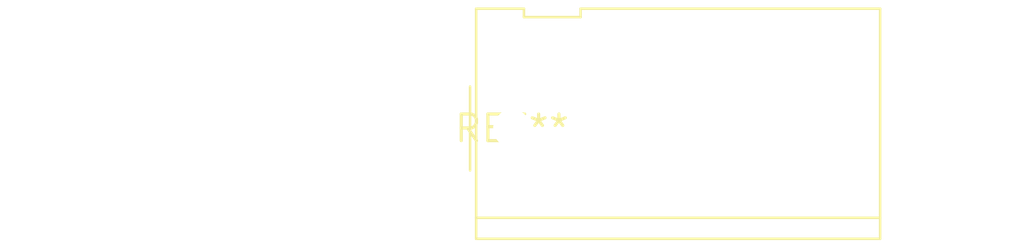
<source format=kicad_pcb>
(kicad_pcb (version 20240108) (generator pcbnew)
  (layers (0 "F.Cu" signal) (31 "B.Cu" signal) (34 "B.Paste" user) (35 "F.Paste" user) (36 "B.SilkS" user "B.Silkscreen") (37 "F.SilkS" user "F.Silkscreen") (38 "B.Mask" user) (39 "F.Mask" user) (44 "Edge.Cuts" user))
  (net 0 "")
  (footprint "Molex_KK-396_5273-05A_1x05_P3.96mm_Vertical" (layer "F.Cu") (at 0 0)
    (property "Reference" "REF**")
    (property "Value" "Molex_KK-396_5273-05A_1x05_P3.96mm_Vertical")
    (fp_line (start -2 -2) (end -2 2) (layer "F.SilkS") (stroke (width 0.12)))
    (fp_line (start -1.71 -5.71) (end 0.57 -5.71) (layer "F.SilkS") (stroke (width 0.12)))
    (fp_line (start -1.71 4.26) (end -1.71 -5.71) (layer "F.SilkS") (stroke (width 0.12)))
    (fp_line (start -1.71 4.26) (end 17.55 4.26) (layer "F.SilkS") (stroke (width 0.12)))
    (fp_line (start -1.71 5.26) (end -1.71 4.26) (layer "F.SilkS") (stroke (width 0.12)))
    (fp_line (start 0.57 -5.71) (end 0.57 -5.31) (layer "F.SilkS") (stroke (width 0.12)))
    (fp_line (start 0.57 -5.31) (end 3.27 -5.31) (layer "F.SilkS") (stroke (width 0.12)))
    (fp_line (start 3.27 -5.71) (end 17.55 -5.71) (layer "F.SilkS") (stroke (width 0.12)))
    (fp_line (start 3.27 -5.31) (end 3.27 -5.71) (layer "F.SilkS") (stroke (width 0.12)))
    (fp_line (start 17.55 -5.71) (end 17.55 5.26) (layer "F.SilkS") (stroke (width 0.12)))
    (fp_line (start 17.55 5.26) (end -1.71 5.26) (layer "F.SilkS") (stroke (width 0.12)))
    (pad "1" thru_hole roundrect (at 0 0) (size 3.16 4.2) (drill 1.8) (layers *.Cu *.Mask) (remove_unused_layers) (roundrect_rratio 0.079114))
    (pad "2" thru_hole oval (at 3.96 0) (size 3.16 4.2) (drill 1.8) (layers *.Cu *.Mask) (remove_unused_layers))
    (pad "3" thru_hole oval (at 7.92 0) (size 3.16 4.2) (drill 1.8) (layers *.Cu *.Mask) (remove_unused_layers))
    (pad "4" thru_hole oval (at 11.88 0) (size 3.16 4.2) (drill 1.8) (layers *.Cu *.Mask) (remove_unused_layers))
    (pad "5" thru_hole oval (at 15.84 0) (size 3.16 4.2) (drill 1.8) (layers *.Cu *.Mask) (remove_unused_layers))
  )
)
</source>
